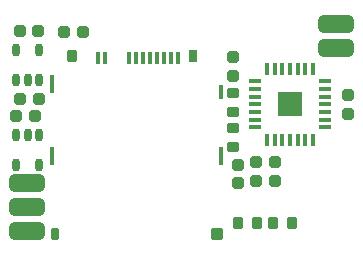
<source format=gbp>
%FSLAX44Y44*%
%MOMM*%
G71*
G01*
G75*
G04 Layer_Color=128*
%ADD10O,2.5000X0.7000*%
%ADD11O,0.7000X2.5000*%
%ADD12R,0.4000X1.4000*%
G04:AMPARAMS|DCode=13|XSize=1.8mm|YSize=1.9mm|CornerRadius=0.45mm|HoleSize=0mm|Usage=FLASHONLY|Rotation=0.000|XOffset=0mm|YOffset=0mm|HoleType=Round|Shape=RoundedRectangle|*
%AMROUNDEDRECTD13*
21,1,1.8000,1.0000,0,0,0.0*
21,1,0.9000,1.9000,0,0,0.0*
1,1,0.9000,0.4500,-0.5000*
1,1,0.9000,-0.4500,-0.5000*
1,1,0.9000,-0.4500,0.5000*
1,1,0.9000,0.4500,0.5000*
%
%ADD13ROUNDEDRECTD13*%
G04:AMPARAMS|DCode=14|XSize=1.5mm|YSize=1.5mm|CornerRadius=0.375mm|HoleSize=0mm|Usage=FLASHONLY|Rotation=180.000|XOffset=0mm|YOffset=0mm|HoleType=Round|Shape=RoundedRectangle|*
%AMROUNDEDRECTD14*
21,1,1.5000,0.7500,0,0,180.0*
21,1,0.7500,1.5000,0,0,180.0*
1,1,0.7500,-0.3750,0.3750*
1,1,0.7500,0.3750,0.3750*
1,1,0.7500,0.3750,-0.3750*
1,1,0.7500,-0.3750,-0.3750*
%
%ADD14ROUNDEDRECTD14*%
%ADD15O,0.8000X1.8000*%
G04:AMPARAMS|DCode=16|XSize=1mm|YSize=1.2mm|CornerRadius=0.165mm|HoleSize=0mm|Usage=FLASHONLY|Rotation=90.000|XOffset=0mm|YOffset=0mm|HoleType=Round|Shape=RoundedRectangle|*
%AMROUNDEDRECTD16*
21,1,1.0000,0.8700,0,0,90.0*
21,1,0.6700,1.2000,0,0,90.0*
1,1,0.3300,0.4350,0.3350*
1,1,0.3300,0.4350,-0.3350*
1,1,0.3300,-0.4350,-0.3350*
1,1,0.3300,-0.4350,0.3350*
%
%ADD16ROUNDEDRECTD16*%
%ADD17C,0.2000*%
%ADD18C,0.2500*%
%ADD19C,0.4000*%
%ADD20C,0.3500*%
%ADD21C,0.6000*%
%ADD22C,1.5000*%
%ADD23C,1.1000*%
%ADD24C,0.7000*%
%ADD25C,0.7000*%
%ADD26C,2.0000*%
%ADD27R,1.3000X1.3000*%
%ADD28C,1.3000*%
%ADD29C,1.8500*%
%ADD30C,0.6000*%
G04:AMPARAMS|DCode=31|XSize=1mm|YSize=0.9mm|CornerRadius=0.198mm|HoleSize=0mm|Usage=FLASHONLY|Rotation=90.000|XOffset=0mm|YOffset=0mm|HoleType=Round|Shape=RoundedRectangle|*
%AMROUNDEDRECTD31*
21,1,1.0000,0.5040,0,0,90.0*
21,1,0.6040,0.9000,0,0,90.0*
1,1,0.3960,0.2520,0.3020*
1,1,0.3960,0.2520,-0.3020*
1,1,0.3960,-0.2520,-0.3020*
1,1,0.3960,-0.2520,0.3020*
%
%ADD31ROUNDEDRECTD31*%
G04:AMPARAMS|DCode=32|XSize=1mm|YSize=0.9mm|CornerRadius=0.198mm|HoleSize=0mm|Usage=FLASHONLY|Rotation=0.000|XOffset=0mm|YOffset=0mm|HoleType=Round|Shape=RoundedRectangle|*
%AMROUNDEDRECTD32*
21,1,1.0000,0.5040,0,0,0.0*
21,1,0.6040,0.9000,0,0,0.0*
1,1,0.3960,0.3020,-0.2520*
1,1,0.3960,-0.3020,-0.2520*
1,1,0.3960,-0.3020,0.2520*
1,1,0.3960,0.3020,0.2520*
%
%ADD32ROUNDEDRECTD32*%
G04:AMPARAMS|DCode=33|XSize=1mm|YSize=0.95mm|CornerRadius=0.1995mm|HoleSize=0mm|Usage=FLASHONLY|Rotation=270.000|XOffset=0mm|YOffset=0mm|HoleType=Round|Shape=RoundedRectangle|*
%AMROUNDEDRECTD33*
21,1,1.0000,0.5510,0,0,270.0*
21,1,0.6010,0.9500,0,0,270.0*
1,1,0.3990,-0.2755,-0.3005*
1,1,0.3990,-0.2755,0.3005*
1,1,0.3990,0.2755,0.3005*
1,1,0.3990,0.2755,-0.3005*
%
%ADD33ROUNDEDRECTD33*%
G04:AMPARAMS|DCode=34|XSize=1mm|YSize=0.95mm|CornerRadius=0.1995mm|HoleSize=0mm|Usage=FLASHONLY|Rotation=0.000|XOffset=0mm|YOffset=0mm|HoleType=Round|Shape=RoundedRectangle|*
%AMROUNDEDRECTD34*
21,1,1.0000,0.5510,0,0,0.0*
21,1,0.6010,0.9500,0,0,0.0*
1,1,0.3990,0.3005,-0.2755*
1,1,0.3990,-0.3005,-0.2755*
1,1,0.3990,-0.3005,0.2755*
1,1,0.3990,0.3005,0.2755*
%
%ADD34ROUNDEDRECTD34*%
%ADD35R,4.0000X4.0000*%
%ADD36O,0.4000X1.1000*%
%ADD37O,1.1000X0.4000*%
G04:AMPARAMS|DCode=38|XSize=0.375mm|YSize=1.5mm|CornerRadius=0.0825mm|HoleSize=0mm|Usage=FLASHONLY|Rotation=180.000|XOffset=0mm|YOffset=0mm|HoleType=Round|Shape=RoundedRectangle|*
%AMROUNDEDRECTD38*
21,1,0.3750,1.3350,0,0,180.0*
21,1,0.2100,1.5000,0,0,180.0*
1,1,0.1650,-0.1050,0.6675*
1,1,0.1650,0.1050,0.6675*
1,1,0.1650,0.1050,-0.6675*
1,1,0.1650,-0.1050,-0.6675*
%
%ADD38ROUNDEDRECTD38*%
G04:AMPARAMS|DCode=39|XSize=0.375mm|YSize=1.25mm|CornerRadius=0.0825mm|HoleSize=0mm|Usage=FLASHONLY|Rotation=180.000|XOffset=0mm|YOffset=0mm|HoleType=Round|Shape=RoundedRectangle|*
%AMROUNDEDRECTD39*
21,1,0.3750,1.0850,0,0,180.0*
21,1,0.2100,1.2500,0,0,180.0*
1,1,0.1650,-0.1050,0.5425*
1,1,0.1650,0.1050,0.5425*
1,1,0.1650,0.1050,-0.5425*
1,1,0.1650,-0.1050,-0.5425*
%
%ADD39ROUNDEDRECTD39*%
G04:AMPARAMS|DCode=40|XSize=0.375mm|YSize=1.6mm|CornerRadius=0.0825mm|HoleSize=0mm|Usage=FLASHONLY|Rotation=180.000|XOffset=0mm|YOffset=0mm|HoleType=Round|Shape=RoundedRectangle|*
%AMROUNDEDRECTD40*
21,1,0.3750,1.4350,0,0,180.0*
21,1,0.2100,1.6000,0,0,180.0*
1,1,0.1650,-0.1050,0.7175*
1,1,0.1650,0.1050,0.7175*
1,1,0.1650,0.1050,-0.7175*
1,1,0.1650,-0.1050,-0.7175*
%
%ADD40ROUNDEDRECTD40*%
G04:AMPARAMS|DCode=41|XSize=1.1mm|YSize=0.9mm|CornerRadius=0.3015mm|HoleSize=0mm|Usage=FLASHONLY|Rotation=90.000|XOffset=0mm|YOffset=0mm|HoleType=Round|Shape=RoundedRectangle|*
%AMROUNDEDRECTD41*
21,1,1.1000,0.2970,0,0,90.0*
21,1,0.4970,0.9000,0,0,90.0*
1,1,0.6030,0.1485,0.2485*
1,1,0.6030,0.1485,-0.2485*
1,1,0.6030,-0.1485,-0.2485*
1,1,0.6030,-0.1485,0.2485*
%
%ADD41ROUNDEDRECTD41*%
G04:AMPARAMS|DCode=42|XSize=1mm|YSize=0.4mm|CornerRadius=0.1mm|HoleSize=0mm|Usage=FLASHONLY|Rotation=90.000|XOffset=0mm|YOffset=0mm|HoleType=Round|Shape=RoundedRectangle|*
%AMROUNDEDRECTD42*
21,1,1.0000,0.2000,0,0,90.0*
21,1,0.8000,0.4000,0,0,90.0*
1,1,0.2000,0.1000,0.4000*
1,1,0.2000,0.1000,-0.4000*
1,1,0.2000,-0.1000,-0.4000*
1,1,0.2000,-0.1000,0.4000*
%
%ADD42ROUNDEDRECTD42*%
G04:AMPARAMS|DCode=43|XSize=0.75mm|YSize=1.1mm|CornerRadius=0.165mm|HoleSize=0mm|Usage=FLASHONLY|Rotation=180.000|XOffset=0mm|YOffset=0mm|HoleType=Round|Shape=RoundedRectangle|*
%AMROUNDEDRECTD43*
21,1,0.7500,0.7700,0,0,180.0*
21,1,0.4200,1.1000,0,0,180.0*
1,1,0.3300,-0.2100,0.3850*
1,1,0.3300,0.2100,0.3850*
1,1,0.3300,0.2100,-0.3850*
1,1,0.3300,-0.2100,-0.3850*
%
%ADD43ROUNDEDRECTD43*%
G04:AMPARAMS|DCode=44|XSize=1mm|YSize=1.1mm|CornerRadius=0.165mm|HoleSize=0mm|Usage=FLASHONLY|Rotation=180.000|XOffset=0mm|YOffset=0mm|HoleType=Round|Shape=RoundedRectangle|*
%AMROUNDEDRECTD44*
21,1,1.0000,0.7700,0,0,180.0*
21,1,0.6700,1.1000,0,0,180.0*
1,1,0.3300,-0.3350,0.3850*
1,1,0.3300,0.3350,0.3850*
1,1,0.3300,0.3350,-0.3850*
1,1,0.3300,-0.3350,-0.3850*
%
%ADD44ROUNDEDRECTD44*%
G04:AMPARAMS|DCode=45|XSize=1.1mm|YSize=0.75mm|CornerRadius=0.2512mm|HoleSize=0mm|Usage=FLASHONLY|Rotation=90.000|XOffset=0mm|YOffset=0mm|HoleType=Round|Shape=RoundedRectangle|*
%AMROUNDEDRECTD45*
21,1,1.1000,0.2475,0,0,90.0*
21,1,0.5975,0.7500,0,0,90.0*
1,1,0.5025,0.1238,0.2988*
1,1,0.5025,0.1238,-0.2988*
1,1,0.5025,-0.1238,-0.2988*
1,1,0.5025,-0.1238,0.2988*
%
%ADD45ROUNDEDRECTD45*%
G04:AMPARAMS|DCode=46|XSize=1.1mm|YSize=0.6mm|CornerRadius=0.201mm|HoleSize=0mm|Usage=FLASHONLY|Rotation=270.000|XOffset=0mm|YOffset=0mm|HoleType=Round|Shape=RoundedRectangle|*
%AMROUNDEDRECTD46*
21,1,1.1000,0.1980,0,0,270.0*
21,1,0.6980,0.6000,0,0,270.0*
1,1,0.4020,-0.0990,-0.3490*
1,1,0.4020,-0.0990,0.3490*
1,1,0.4020,0.0990,0.3490*
1,1,0.4020,0.0990,-0.3490*
%
%ADD46ROUNDEDRECTD46*%
G04:AMPARAMS|DCode=47|XSize=1.5mm|YSize=3mm|CornerRadius=0.375mm|HoleSize=0mm|Usage=FLASHONLY|Rotation=270.000|XOffset=0mm|YOffset=0mm|HoleType=Round|Shape=RoundedRectangle|*
%AMROUNDEDRECTD47*
21,1,1.5000,2.2500,0,0,270.0*
21,1,0.7500,3.0000,0,0,270.0*
1,1,0.7500,-1.1250,-0.3750*
1,1,0.7500,-1.1250,0.3750*
1,1,0.7500,1.1250,0.3750*
1,1,0.7500,1.1250,-0.3750*
%
%ADD47ROUNDEDRECTD47*%
%ADD48C,0.2540*%
%ADD49C,0.1000*%
%ADD50O,2.6500X0.8500*%
%ADD51O,0.8500X2.6500*%
%ADD52R,0.6032X1.6032*%
G04:AMPARAMS|DCode=53|XSize=2.0032mm|YSize=2.1032mm|CornerRadius=0.5516mm|HoleSize=0mm|Usage=FLASHONLY|Rotation=0.000|XOffset=0mm|YOffset=0mm|HoleType=Round|Shape=RoundedRectangle|*
%AMROUNDEDRECTD53*
21,1,2.0032,1.0000,0,0,0.0*
21,1,0.9000,2.1032,0,0,0.0*
1,1,1.1032,0.4500,-0.5000*
1,1,1.1032,-0.4500,-0.5000*
1,1,1.1032,-0.4500,0.5000*
1,1,1.1032,0.4500,0.5000*
%
%ADD53ROUNDEDRECTD53*%
G04:AMPARAMS|DCode=54|XSize=1.7032mm|YSize=1.7032mm|CornerRadius=0.4766mm|HoleSize=0mm|Usage=FLASHONLY|Rotation=180.000|XOffset=0mm|YOffset=0mm|HoleType=Round|Shape=RoundedRectangle|*
%AMROUNDEDRECTD54*
21,1,1.7032,0.7500,0,0,180.0*
21,1,0.7500,1.7032,0,0,180.0*
1,1,0.9532,-0.3750,0.3750*
1,1,0.9532,0.3750,0.3750*
1,1,0.9532,0.3750,-0.3750*
1,1,0.9532,-0.3750,-0.3750*
%
%ADD54ROUNDEDRECTD54*%
%ADD55O,0.9500X1.9500*%
G04:AMPARAMS|DCode=56|XSize=1.15mm|YSize=1.35mm|CornerRadius=0.24mm|HoleSize=0mm|Usage=FLASHONLY|Rotation=90.000|XOffset=0mm|YOffset=0mm|HoleType=Round|Shape=RoundedRectangle|*
%AMROUNDEDRECTD56*
21,1,1.1500,0.8700,0,0,90.0*
21,1,0.6700,1.3500,0,0,90.0*
1,1,0.4800,0.4350,0.3350*
1,1,0.4800,0.4350,-0.3350*
1,1,0.4800,-0.4350,-0.3350*
1,1,0.4800,-0.4350,0.3350*
%
%ADD56ROUNDEDRECTD56*%
%ADD57C,0.9032*%
%ADD58C,2.2032*%
%ADD59R,1.5032X1.5032*%
%ADD60C,1.5032*%
G04:AMPARAMS|DCode=61|XSize=1.15mm|YSize=1.05mm|CornerRadius=0.273mm|HoleSize=0mm|Usage=FLASHONLY|Rotation=90.000|XOffset=0mm|YOffset=0mm|HoleType=Round|Shape=RoundedRectangle|*
%AMROUNDEDRECTD61*
21,1,1.1500,0.5040,0,0,90.0*
21,1,0.6040,1.0500,0,0,90.0*
1,1,0.5460,0.2520,0.3020*
1,1,0.5460,0.2520,-0.3020*
1,1,0.5460,-0.2520,-0.3020*
1,1,0.5460,-0.2520,0.3020*
%
%ADD61ROUNDEDRECTD61*%
G04:AMPARAMS|DCode=62|XSize=1.15mm|YSize=1.05mm|CornerRadius=0.273mm|HoleSize=0mm|Usage=FLASHONLY|Rotation=0.000|XOffset=0mm|YOffset=0mm|HoleType=Round|Shape=RoundedRectangle|*
%AMROUNDEDRECTD62*
21,1,1.1500,0.5040,0,0,0.0*
21,1,0.6040,1.0500,0,0,0.0*
1,1,0.5460,0.3020,-0.2520*
1,1,0.5460,-0.3020,-0.2520*
1,1,0.5460,-0.3020,0.2520*
1,1,0.5460,0.3020,0.2520*
%
%ADD62ROUNDEDRECTD62*%
G04:AMPARAMS|DCode=63|XSize=1.15mm|YSize=1.1mm|CornerRadius=0.2745mm|HoleSize=0mm|Usage=FLASHONLY|Rotation=270.000|XOffset=0mm|YOffset=0mm|HoleType=Round|Shape=RoundedRectangle|*
%AMROUNDEDRECTD63*
21,1,1.1500,0.5510,0,0,270.0*
21,1,0.6010,1.1000,0,0,270.0*
1,1,0.5490,-0.2755,-0.3005*
1,1,0.5490,-0.2755,0.3005*
1,1,0.5490,0.2755,0.3005*
1,1,0.5490,0.2755,-0.3005*
%
%ADD63ROUNDEDRECTD63*%
G04:AMPARAMS|DCode=64|XSize=1.15mm|YSize=1.1mm|CornerRadius=0.2745mm|HoleSize=0mm|Usage=FLASHONLY|Rotation=0.000|XOffset=0mm|YOffset=0mm|HoleType=Round|Shape=RoundedRectangle|*
%AMROUNDEDRECTD64*
21,1,1.1500,0.5510,0,0,0.0*
21,1,0.6010,1.1000,0,0,0.0*
1,1,0.5490,0.3005,-0.2755*
1,1,0.5490,-0.3005,-0.2755*
1,1,0.5490,-0.3005,0.2755*
1,1,0.5490,0.3005,0.2755*
%
%ADD64ROUNDEDRECTD64*%
%ADD65R,4.1000X4.1000*%
%ADD66O,0.5000X1.2000*%
%ADD67O,1.2000X0.5000*%
G04:AMPARAMS|DCode=68|XSize=0.475mm|YSize=1.6mm|CornerRadius=0.1325mm|HoleSize=0mm|Usage=FLASHONLY|Rotation=180.000|XOffset=0mm|YOffset=0mm|HoleType=Round|Shape=RoundedRectangle|*
%AMROUNDEDRECTD68*
21,1,0.4750,1.3350,0,0,180.0*
21,1,0.2100,1.6000,0,0,180.0*
1,1,0.2650,-0.1050,0.6675*
1,1,0.2650,0.1050,0.6675*
1,1,0.2650,0.1050,-0.6675*
1,1,0.2650,-0.1050,-0.6675*
%
%ADD68ROUNDEDRECTD68*%
G04:AMPARAMS|DCode=69|XSize=0.475mm|YSize=1.35mm|CornerRadius=0.1325mm|HoleSize=0mm|Usage=FLASHONLY|Rotation=180.000|XOffset=0mm|YOffset=0mm|HoleType=Round|Shape=RoundedRectangle|*
%AMROUNDEDRECTD69*
21,1,0.4750,1.0850,0,0,180.0*
21,1,0.2100,1.3500,0,0,180.0*
1,1,0.2650,-0.1050,0.5425*
1,1,0.2650,0.1050,0.5425*
1,1,0.2650,0.1050,-0.5425*
1,1,0.2650,-0.1050,-0.5425*
%
%ADD69ROUNDEDRECTD69*%
G04:AMPARAMS|DCode=70|XSize=0.475mm|YSize=1.7mm|CornerRadius=0.1325mm|HoleSize=0mm|Usage=FLASHONLY|Rotation=180.000|XOffset=0mm|YOffset=0mm|HoleType=Round|Shape=RoundedRectangle|*
%AMROUNDEDRECTD70*
21,1,0.4750,1.4350,0,0,180.0*
21,1,0.2100,1.7000,0,0,180.0*
1,1,0.2650,-0.1050,0.7175*
1,1,0.2650,0.1050,0.7175*
1,1,0.2650,0.1050,-0.7175*
1,1,0.2650,-0.1050,-0.7175*
%
%ADD70ROUNDEDRECTD70*%
G04:AMPARAMS|DCode=71|XSize=1.2mm|YSize=1mm|CornerRadius=0.3515mm|HoleSize=0mm|Usage=FLASHONLY|Rotation=90.000|XOffset=0mm|YOffset=0mm|HoleType=Round|Shape=RoundedRectangle|*
%AMROUNDEDRECTD71*
21,1,1.2000,0.2970,0,0,90.0*
21,1,0.4970,1.0000,0,0,90.0*
1,1,0.7030,0.1485,0.2485*
1,1,0.7030,0.1485,-0.2485*
1,1,0.7030,-0.1485,-0.2485*
1,1,0.7030,-0.1485,0.2485*
%
%ADD71ROUNDEDRECTD71*%
G04:AMPARAMS|DCode=72|XSize=1.1mm|YSize=0.5mm|CornerRadius=0.15mm|HoleSize=0mm|Usage=FLASHONLY|Rotation=90.000|XOffset=0mm|YOffset=0mm|HoleType=Round|Shape=RoundedRectangle|*
%AMROUNDEDRECTD72*
21,1,1.1000,0.2000,0,0,90.0*
21,1,0.8000,0.5000,0,0,90.0*
1,1,0.3000,0.1000,0.4000*
1,1,0.3000,0.1000,-0.4000*
1,1,0.3000,-0.1000,-0.4000*
1,1,0.3000,-0.1000,0.4000*
%
%ADD72ROUNDEDRECTD72*%
G04:AMPARAMS|DCode=73|XSize=0.85mm|YSize=1.2mm|CornerRadius=0.215mm|HoleSize=0mm|Usage=FLASHONLY|Rotation=180.000|XOffset=0mm|YOffset=0mm|HoleType=Round|Shape=RoundedRectangle|*
%AMROUNDEDRECTD73*
21,1,0.8500,0.7700,0,0,180.0*
21,1,0.4200,1.2000,0,0,180.0*
1,1,0.4300,-0.2100,0.3850*
1,1,0.4300,0.2100,0.3850*
1,1,0.4300,0.2100,-0.3850*
1,1,0.4300,-0.2100,-0.3850*
%
%ADD73ROUNDEDRECTD73*%
G04:AMPARAMS|DCode=74|XSize=1.1mm|YSize=1.2mm|CornerRadius=0.215mm|HoleSize=0mm|Usage=FLASHONLY|Rotation=180.000|XOffset=0mm|YOffset=0mm|HoleType=Round|Shape=RoundedRectangle|*
%AMROUNDEDRECTD74*
21,1,1.1000,0.7700,0,0,180.0*
21,1,0.6700,1.2000,0,0,180.0*
1,1,0.4300,-0.3350,0.3850*
1,1,0.4300,0.3350,0.3850*
1,1,0.4300,0.3350,-0.3850*
1,1,0.4300,-0.3350,-0.3850*
%
%ADD74ROUNDEDRECTD74*%
G04:AMPARAMS|DCode=75|XSize=1.2mm|YSize=0.85mm|CornerRadius=0.3013mm|HoleSize=0mm|Usage=FLASHONLY|Rotation=90.000|XOffset=0mm|YOffset=0mm|HoleType=Round|Shape=RoundedRectangle|*
%AMROUNDEDRECTD75*
21,1,1.2000,0.2475,0,0,90.0*
21,1,0.5975,0.8500,0,0,90.0*
1,1,0.6025,0.1238,0.2988*
1,1,0.6025,0.1238,-0.2988*
1,1,0.6025,-0.1238,-0.2988*
1,1,0.6025,-0.1238,0.2988*
%
%ADD75ROUNDEDRECTD75*%
G04:AMPARAMS|DCode=76|XSize=1.25mm|YSize=0.75mm|CornerRadius=0.276mm|HoleSize=0mm|Usage=FLASHONLY|Rotation=270.000|XOffset=0mm|YOffset=0mm|HoleType=Round|Shape=RoundedRectangle|*
%AMROUNDEDRECTD76*
21,1,1.2500,0.1980,0,0,270.0*
21,1,0.6980,0.7500,0,0,270.0*
1,1,0.5520,-0.0990,-0.3490*
1,1,0.5520,-0.0990,0.3490*
1,1,0.5520,0.0990,0.3490*
1,1,0.5520,0.0990,-0.3490*
%
%ADD76ROUNDEDRECTD76*%
G04:AMPARAMS|DCode=77|XSize=1.7032mm|YSize=3.2032mm|CornerRadius=0.4766mm|HoleSize=0mm|Usage=FLASHONLY|Rotation=270.000|XOffset=0mm|YOffset=0mm|HoleType=Round|Shape=RoundedRectangle|*
%AMROUNDEDRECTD77*
21,1,1.7032,2.2500,0,0,270.0*
21,1,0.7500,3.2032,0,0,270.0*
1,1,0.9532,-1.1250,-0.3750*
1,1,0.9532,-1.1250,0.3750*
1,1,0.9532,1.1250,0.3750*
1,1,0.9532,1.1250,-0.3750*
%
%ADD77ROUNDEDRECTD77*%
%ADD78R,2.1000X2.1000*%
D31*
X214250Y18750D02*
D03*
X198250D02*
D03*
X244250D02*
D03*
X228250D02*
D03*
D32*
X194000Y82500D02*
D03*
Y98500D02*
D03*
Y112500D02*
D03*
Y128500D02*
D03*
D33*
X213250Y70000D02*
D03*
X229250D02*
D03*
Y54000D02*
D03*
X213250D02*
D03*
X29500Y123750D02*
D03*
X13500D02*
D03*
X10500Y108750D02*
D03*
X26500D02*
D03*
X13250Y180750D02*
D03*
X29250D02*
D03*
X50750Y180500D02*
D03*
X66750D02*
D03*
D34*
X198250Y52000D02*
D03*
Y68000D02*
D03*
X291000Y111000D02*
D03*
Y127000D02*
D03*
X194000Y143000D02*
D03*
Y159000D02*
D03*
D36*
X261750Y149000D02*
D03*
X255250D02*
D03*
X248750D02*
D03*
X242250D02*
D03*
X235750D02*
D03*
X229250D02*
D03*
X222750D02*
D03*
Y89000D02*
D03*
X229250D02*
D03*
X235750D02*
D03*
X242250D02*
D03*
X248750D02*
D03*
X255250D02*
D03*
X261750D02*
D03*
D37*
X212250Y138500D02*
D03*
Y132000D02*
D03*
Y125500D02*
D03*
Y119000D02*
D03*
Y112500D02*
D03*
Y106000D02*
D03*
Y99500D02*
D03*
X272250D02*
D03*
Y106000D02*
D03*
Y112500D02*
D03*
Y119000D02*
D03*
Y125500D02*
D03*
Y132000D02*
D03*
Y138500D02*
D03*
D38*
X41000Y75000D02*
D03*
X183500D02*
D03*
D39*
Y129750D02*
D03*
D40*
X41000Y135750D02*
D03*
D41*
X57750Y160000D02*
D03*
D42*
X105750Y158500D02*
D03*
X147750D02*
D03*
X141750Y158500D02*
D03*
X129750Y158500D02*
D03*
X85750D02*
D03*
X135750D02*
D03*
X79750D02*
D03*
X111750D02*
D03*
X123750D02*
D03*
X117750D02*
D03*
D43*
X43000Y9500D02*
D03*
D44*
X180500D02*
D03*
D45*
X160000Y160000D02*
D03*
D46*
X10500Y93250D02*
D03*
X20000D02*
D03*
X29500D02*
D03*
Y67250D02*
D03*
X10500D02*
D03*
X29500Y139250D02*
D03*
X20000D02*
D03*
X10500D02*
D03*
Y165250D02*
D03*
X29500D02*
D03*
D47*
X19750Y32000D02*
D03*
X19500Y12000D02*
D03*
X281000Y187000D02*
D03*
Y167000D02*
D03*
X19750Y52000D02*
D03*
D78*
X242250Y119000D02*
D03*
M02*

</source>
